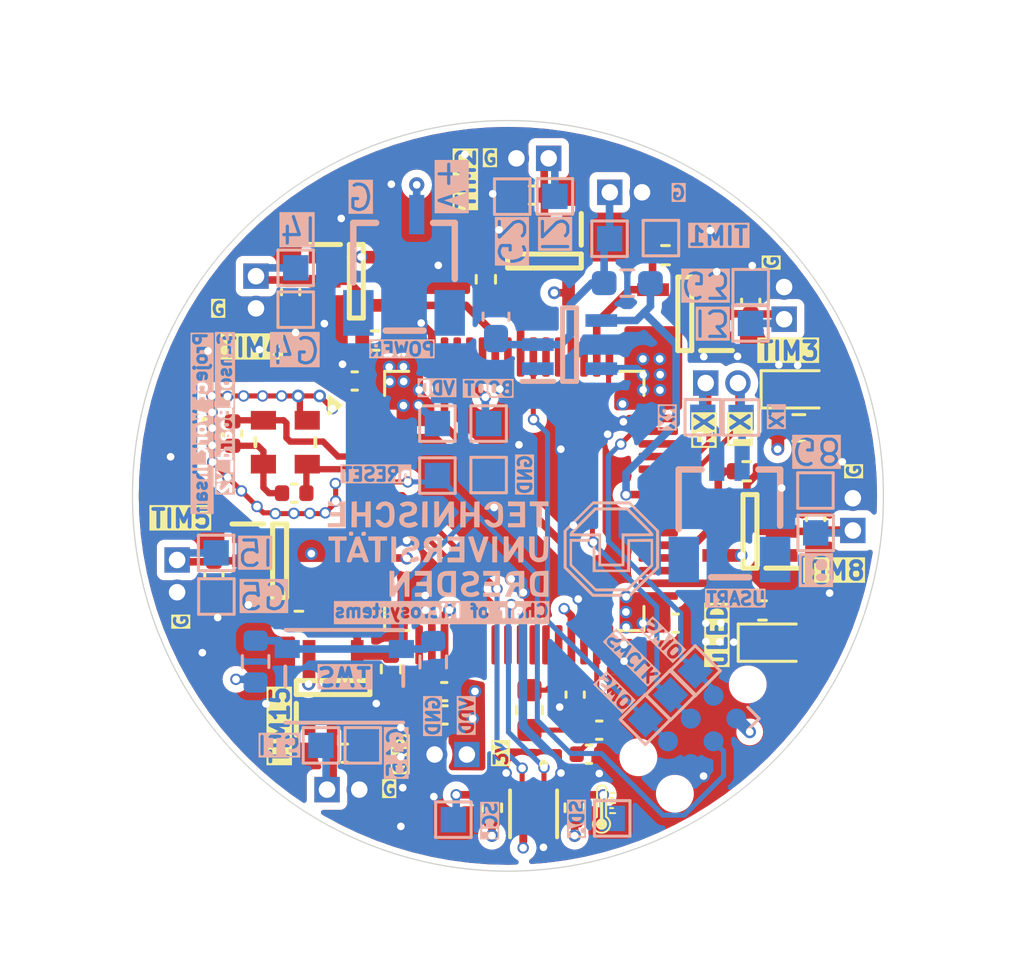
<source format=kicad_pcb>
(kicad_pcb (version 20240108) (generator "pcbnew") (generator_version "8.0")
  (layers (0 "F.Cu" signal) (1 "In1.Cu" power) (2 "In2.Cu" power) (31 "B.Cu" signal) (34 "B.Paste" user) (35 "F.Paste" user) (36 "B.SilkS" user "B.Silkscreen") (37 "F.SilkS" user "F.Silkscreen") (38 "B.Mask" user) (39 "F.Mask" user) (44 "Edge.Cuts" user))
  (net 0 "")
  (net 1 "GND")
  (net 2 "/VDD")
  (net 3 "/RCC_OSC_IN")
  (net 4 "/RCC_OSC_OUT")
  (net 5 "/nRESET")
  (net 6 "Net-(IC1-A)")
  (net 7 "Net-(D2-A)")
  (net 8 "/USART1_RX")
  (net 9 "/USART1_TX")
  (net 10 "/VLXSMPS")
  (net 11 "/TIM3_CH1")
  (net 12 "/TIM4_CH1")
  (net 13 "/TIM15_CH1")
  (net 14 "/TIM2_CH1")
  (net 15 "/TIM8_CH1")
  (net 16 "/TIM5_CH1")
  (net 17 "/BOOT0")
  (net 18 "/USER_LED")
  (net 19 "/SDA")
  (net 20 "/SCL")
  (net 21 "/SWDIO")
  (net 22 "Net-(IC2-A)")
  (net 23 "Net-(IC3-A)")
  (net 24 "Net-(IC4-A)")
  (net 25 "Net-(IC5-A)")
  (net 26 "/SWO")
  (net 27 "Net-(IC6-A)")
  (net 28 "Net-(C14-Pad1)")
  (net 30 "Net-(D1-A)")
  (net 33 "/SWCLK")
  (net 36 "/RCC_OSC32_OUT")
  (net 39 "/RCC_OSC32_IN")
  (net 49 "Net-(IC7-A)")
  (net 69 "/TIM1_CH1")
  (footprint "Capacitor_SMD:C_0402_1005Metric" (layer "F.Cu") (at 138.92 94.58 180)
    (property "Reference" "C8" (hide yes))
    (property "Value" "10uF")
  )
  (footprint "Capacitor_SMD:C_0402_1005Metric" (layer "F.Cu") (at 130.566399 83.485 -90)
    (property "Reference" "C7" (hide yes))
    (property "Value" "10pF")
  )
  (footprint "Capacitor_SMD:C_0402_1005Metric" (layer "F.Cu") (at 134.99 96.09)
    (property "Reference" "C4" (hide yes))
    (property "Value" "50pF")
  )
  (footprint "Resistor_SMD:R_0603_1608Metric" (layer "F.Cu") (at 152.885 83.26 180)
    (property "Reference" "R7" (hide yes))
    (property "Value" "220R")
  )
  (footprint "Project_Work:74LVC1G14GV" (layer "F.Cu") (at 135.445 77.4775)
    (property "Reference" "IC1" (hide yes))
    (property "Value" "74LVC1G14GV" (hide yes))
  )
  (footprint "Capacitor_SMD:C_0402_1005Metric" (layer "F.Cu") (at 129.83 89.02 -90)
    (property "Reference" "C3" (hide yes))
    (property "Value" "50pF")
  )
  (footprint "Project_Work:STS40" (layer "F.Cu") (at 142.43 98.48 -90)
    (property "Reference" "U2" (hide yes))
    (property "Value" "STS40")
  )
  (footprint "Project_Work:ECS-25MHz_XTAL" (layer "F.Cu") (at 132.646399 83.825)
    (property "Reference" "X1" (hide yes))
    (property "Value" "Crystal_GND24")
  )
  (footprint "Package_QFP:LQFP-64_10x10mm_P0.5mm" (layer "F.Cu") (at 141.67 86.14)
    (property "Reference" "U1" (hide yes))
    (property "Value" "STM32U545RETxQ")
  )
  (footprint "Project_Work:74LVC1G14GV" (layer "F.Cu") (at 142.859998 76.680002 -90)
    (property "Reference" "IC5" (hide yes))
    (property "Value" "74LVC1G14GV" (hide yes))
  )
  (footprint "Capacitor_SMD:C_0402_1005Metric" (layer "F.Cu") (at 138.91 93.66 180)
    (property "Reference" "C9" (hide yes))
    (property "Value" "100nF")
  )
  (footprint "Connector_PinHeader_1.27mm:PinHeader_1x02_P1.27mm_Vertical" (layer "F.Cu") (at 134.29 97.525 90)
    (property "Reference" "J4" (hide yes))
    (property "Value" "Conn_01x02_Pin" (hide yes))
  )
  (footprint "Resistor_SMD:R_0402_1005Metric" (layer "F.Cu") (at 150.83 84.97 180)
    (property "Reference" "R2" (hide yes))
    (property "Value" "200K")
  )
  (footprint "Project_Work:74LVC1G14GV" (layer "F.Cu") (at 148.39 78.76 180)
    (property "Reference" "IC6" (hide yes))
    (property "Value" "74LVC1G14GV" (hide yes))
  )
  (footprint "Capacitor_SMD:C_0402_1005Metric" (layer "F.Cu") (at 144.61 96.13)
    (property "Reference" "C15" (hide yes))
    (property "Value" "2.2uF")
  )
  (footprint "Capacitor_SMD:C_0402_1005Metric" (layer "F.Cu") (at 135.38 81.41 180)
    (property "Reference" "C11" (hide yes))
    (property "Value" "100nF")
  )
  (footprint "Capacitor_SMD:C_0402_1005Metric" (layer "F.Cu") (at 150.99 78.29 90)
    (property "Reference" "C6" (hide yes))
    (property "Value" "50pF")
  )
  (footprint "Capacitor_SMD:C_0402_1005Metric" (layer "F.Cu") (at 153.55 86.809998 90)
    (property "Reference" "C2" (hide yes))
    (property "Value" "50pF")
  )
  (footprint "Inductor_SMD:L_0603_1608Metric" (layer "F.Cu") (at 142.27 94.39 90)
    (property "Reference" "L1" (hide yes))
    (property "Value" "2.2uH")
  )
  (footprint "Resistor_SMD:R_0402_1005Metric" (layer "F.Cu") (at 140.55 77.4 -90)
    (property "Reference" "R5" (hide yes))
    (property "Value" "200K")
  )
  (footprint "Project_Work:74LVC1G14GV" (layer "F.Cu") (at 132.42 88.5)
    (property "Reference" "IC3" (hide yes))
    (property "Value" "74LVC1G14GV" (hide yes))
  )
  (footprint "LED_SMD:LED_0603_1608Metric" (layer "F.Cu") (at 151.982499 91.73)
    (property "Reference" "D2" (hide yes))
    (property "Value" "RED")
  )
  (footprint "Project_Work:74LVC1G14GV" (layer "F.Cu") (at 150.96 87.34 180)
    (property "Reference" "IC2" (hide yes))
    (property "Value" "74LVC1G14GV" (hide yes))
  )
  (footprint "Resistor_SMD:R_0402_1005Metric" (layer "F.Cu") (at 136.81 92.77 90)
    (property "Reference" "R4" (hide yes))
    (property "Value" "200K")
  )
  (footprint "Connector_PinHeader_1.27mm:PinHeader_1x02_P1.27mm_Vertical" (layer "F.Cu") (at 131.49 77.2775)
    (property "Reference" "J1" (hide yes))
    (property "Value" "Conn_01x02_Pin" (hide yes))
  )
  (footprint "Connector_PinHeader_1.27mm:PinHeader_1x02_P1.27mm_Vertical" (layer "F.Cu") (at 152.304998 78.975001 180)
    (property "Reference" "J6" (hide yes))
    (property "Value" "Conn_01x02_Pin" (hide yes))
  )
  (footprint "Capacitor_SMD:C_0402_1005Metric" (layer "F.Cu") (at 145.02 95.18)
    (property "Reference" "C14" (hide yes))
    (property "Value" "2.2uF")
  )
  (footprint "Resistor_SMD:R_0402_1005Metric" (layer "F.Cu") (at 136.185 79.8175)
    (property "Reference" "R1" (hide yes))
    (property "Value" "200K")
  )
  (footprint "Capacitor_SMD:C_0402_1005Metric" (layer "F.Cu") (at 144.07 93.78 -90)
    (property "Reference" "C16" (hide yes))
    (property "Value" "10uF")
  )
  (footprint "Capacitor_SMD:C_0402_1005Metric" (layer "F.Cu") (at 132.996399 85.835 180)
    (property "Reference" "C13" (hide yes))
    (property "Value" "10pF")
  )
  (footprint "Project_Work:74LVC1G14GV" (layer "F.Cu") (at 134.53 93.5 90)
    (property "Reference" "IC4" (hide yes))
    (property "Value" "74LVC1G14GV" (hide yes))
  )
  (footprint "Connector_PinHeader_1.27mm:PinHeader_1x02_P1.27mm_Vertical" (layer "F.Cu") (at 155.014999 87.304999 180)
    (property "Reference" "J2" (hide yes))
    (property "Value" "Conn_01x02_Pin")
  )
  (footprint "Resistor_SMD:R_0402_1005Metric" (layer "F.Cu") (at 133.18 90.87)
    (property "Reference" "R3" (hide yes))
    (property "Value" "200K")
  )
  (footprint "Resistor_SMD:R_0402_1005Metric" (layer "F.Cu") (at 140.789951 98.239301 -90)
    (property "Reference" "R10" (hide yes))
    (property "Value" "220R")
  )
  (footprint "LOGO" (layer "F.Cu") (at 145.21 98.29)
    (property "Reference" "G***" (hide yes))
    (property "Value" "LOGO" (hide yes))
  )
  (footprint "Capacitor_SMD:C_0402_1005Metric" (layer "F.Cu") (at 148.03 90.96)
    (property "Reference" "C10" (hide yes))
    (property "Value" "100nF")
  )
  (footprint "Resistor_SMD:R_0402_1005Metric" (layer "F.Cu") (at 144.049951 98.239301 -90)
    (property "Reference" "R9" (hide yes))
    (property "Value" "220R")
  )
  (footprint "Connector_PinHeader_1.27mm:PinHeader_1x02_P1.27mm_Vertical" (layer "F.Cu") (at 139.800001 96.140001 -90)
    (property "Reference" "J9" (hide yes))
    (property "Value" "Conn_01x02_Pin" (hide yes))
  )
  (footprint "Resistor_SMD:R_0402_1005Metric" (layer "F.Cu") (at 147.63 76.45 180)
    (property "Reference" "R6" (hide yes))
    (property "Value" "200K")
  )
  (footprint "Connector_PinHeader_1.27mm:PinHeader_1x02_P1.27mm_Vertical" (layer "F.Cu") (at 143.024997 72.63 -90)
    (property "Reference" "J5" (hide yes))
    (property "Value" "Conn_01x02_Pin")
  )
  (footprint "Capacitor_SMD:C_0402_1005Metric" (layer "F.Cu") (at 132.855 77.9075 -90)
    (property "Reference" "C1" (hide yes))
    (property "Value" "50pF")
  )
  (footprint "Resistor_SMD:R_0402_1005Metric" (layer "F.Cu") (at 151.452499 90.46 180)
    (property "Reference" "R8" (hide yes))
    (property "Value" "220R")
  )
  (footprint "Capacitor_SMD:C_0402_1005Metric" (layer "F.Cu") (at 142.37 74.08 180)
    (property "Reference" "C5" (hide yes))
    (property "Value" "50pF")
  )
  (footprint "Connector_PinHeader_1.27mm:PinHeader_1x02_P1.27mm_Vertical" (layer "F.Cu") (at 149.215001 81.49 90)
    (property "Reference" "J8" (hide yes))
    (property "Value" "Conn_01x02_Pin" (hide yes))
  )
  (footprint "LED_SMD:LED_0603_1608Metric" (layer "F.Cu") (at 152.885 81.74)
    (property "Reference" "D1" (hide yes))
    (property "Value" "GREEN")
  )
  (footprint "Connector_PinHeader_1.27mm:PinHeader_1x02_P1.27mm_Vertical" (layer "F.Cu") (at 128.38 88.47)
    (property "Reference" "J3" (hide yes))
    (property "Value" "Conn_01x02_Pin" (hide yes))
  )
  (footprint "TestPoint:TestPoint_Pad_1.0x1.0mm" (layer "B.Cu") (at 133.055 76.9475 180)
    (property "Reference" "I1" (hide yes))
    (property "Value" "DUT1")
  )
  (footprint "TestPoint:TestPoint_Pad_1.0x1.0mm" (layer "B.Cu") (at 147.83 93.79 -135)
    (property "Reference" "SWCLK1" (hide yes))
    (property "Value" "DUT1")
  )
  (footprint "TestPoint:TestPoint_Pad_1.0x1.0mm" (layer "B.Cu") (at 129.92 88.19 180)
    (property "Reference" "I3" (hide yes))
    (property "Value" "DUT1")
  )
  (footprint "Connector_PinHeader_1.27mm:PinHeader_1x02_P1.27mm_Vertical" (layer "B.Cu") (at 145.434999 73.969999 -90)
    (property "Reference" "J12" (hide yes))
    (property "Value" "Conn_01x02_Pin" (hide yes))
  )
  (footprint "TestPoint:TestPoint_Pad_1.0x1.0mm" (layer "B.Cu") (at 145.425 75.8 -90)
    (property "Reference" "I7" (hide yes))
    (property "Value" "DUT1")
  )
  (footprint "TestPoint:TestPoint_Pad_1.0x1.0mm" (layer "B.Cu") (at 153.54 85.73 90)
    (property "Reference" "G2" (hide yes))
    (property "Value" "DUT1")
  )
  (footprint "TestPoint:TestPoint_Pad_1.0x1.0mm" (layer "B.Cu") (at 145.53 98.66 180)
    (property "Reference" "SDA")
    (property "Value" "DUT1")
  )
  (footprint "TestPoint:TestPoint_Pad_1.0x1.0mm" (layer "B.Cu") (at 146.84 94.76 -135)
    (property "Reference" "SWO1" (hide yes))
    (property "Value" "DUT1")
  )
  (footprint "TestPoint:TestPoint_Pad_1.0x1.0mm" (layer "B.Cu") (at 138.64 83.09 180)
    (property "Reference" "VDD")
    (property "Value" "DUT1")
  )
  (footprint "TestPoint:TestPoint_Pad_1.0x1.0mm" (layer "B.Cu") (at 149.1 82.84 180)
    (property "Reference" "RX")
    (property "Value" "DUT1")
  )
  (footprint "TestPoint:TestPoint_Pad_1.0x1.0mm" (layer "B.Cu") (at 153.55 87.4 90)
    (property "Reference" "I2" (hide yes))
    (property "Value" "DUT1")
  )
  (footprint "TestPoint:TestPoint_Pad_1.0x1.0mm" (layer "B.Cu") (at 150.61 82.85 180)
    (property "Reference" "TX")
    (property "Value" "DUT1")
  )
  (footprint "TestPoint:TestPoint_Pad_1.0x1.0mm" (layer "B.Cu") (at 140.66 85.12 180)
    (property "Reference" "GND")
    (property "Value" "DUT1")
  )
  (footprint "TestPoint:TestPoint_Pad_1.0x1.0mm" (layer "B.Cu") (at 141.59 74.14 180)
    (property "Reference" "G5" (hide yes))
    (property "Value" "DUT1")
  )
  (footprint "LOGO" (layer "B.Cu") (at 140.85 88.04 180)
    (property "Reference" "g" (hide yes))
    (property "Value" "LOGO" (hide yes))
  )
  (footprint "Connector:Tag-Connect_TC2030-IDC-NL_2x03_P1.27mm_Vertical" (layer "B.Cu") (at 149.077038 95.170987 -135)
    (property "Reference" "J7" (hide yes))
    (property "Value" "SWD_TagConnect")
  )
  (footprint "Project_Work:SM02B-SRSS-TB" (layer "B.Cu") (at 150.15 86.55 180)
    (property "Reference" "J10" (hide yes))
    (property "Value" "SM02B-SRSS-TB")
  )
  (footprint "TestPoint:TestPoint_Pad_1.0x1.0mm" (layer "B.Cu") (at 140.66 83.09 180)
    (property "Reference" "BOOT")
    (property "Value" "DUT1")
  )
  (footprint "TestPoint:TestPoint_Pad_1.0x1.0mm" (layer "B.Cu") (at 150.99 77.71 180)
    (property "Reference" "G6" (hide yes))
    (property "Value" "DUT1")
  )
  (footprint "TestPoint:TestPoint_Pad_1.0x1.0mm" (layer "B.Cu") (at 148.8 92.84 -135)
    (property "Reference" "SWDIO1" (hide yes))
    (property "Value" "DUT1")
  )
  (footprint "TestPoint:TestPoint_Pad_1.0x1.0mm" (layer "B.Cu") (at 138.64 85.14 180)
    (property "Reference" "nRESET")
    (property "Value" "DUT1")
  )
  (footprint "Resistor_SMD:R_0603_1608Metric" (layer "B.Cu") (at 138.475 92.49 -90)
    (property "Reference" "C12" (hide yes))
    (property "Value" "100nF")
  )
  (footprint "TestPoint:TestPoint_Pad_1.0x1.0mm" (layer "B.Cu") (at 143.27 74.13 180)
    (property "Reference" "I5" (hide yes))
    (property "Value" "DUT1")
  )
  (footprint "Capacitor_SMD:C_0603_1608Metric_Pad1.08x0.95mm_HandSolder" (layer "B.Cu") (at 140.95 78.875 90)
    (property "Reference" "C17" (hide yes))
    (property "Value" "50pF")
  )
  (footprint "Resistor_SMD:R_0603_1608Metric" (layer "B.Cu") (at 131.475 92.475 90)
    (property "Reference" "R11" (hide yes))
    (property "Value" "4.7K")
  )
  (footprint "Project_Work:74LVC1G14GV" (layer "B.Cu") (at 143.85 79.975)
    (property "Reference" "IC7" (hide yes))
    (property "Value" "74LVC1G14GV" (hide yes))
  )
  (footprint "Project_Work:SM02B-SRSS-TB" (layer "B.Cu") (at 137.325 76.825 180)
    (property "Reference" "J11" (hide yes))
    (property "Value" "SM02B-SRSS-TB")
  )
  (footprint "TestPoint:TestPoint_Pad_1.0x1.0mm" (layer "B.Cu") (at 129.93 89.91 180)
    (property "Reference" "G3" (hide yes))
    (property "Value" "DUT1")
  )
  (footprint "TestPoint:TestPoint_Pad_1.0x1.0mm" (layer "B.Cu") (at 133.055 78.5975 180)
    (property "Reference" "G1" (hide yes))
    (property "Value" "DUT1")
  )
  (footprint "TestPoint:TestPoint_Pad_1.0x1.0mm" (layer "B.Cu") (at 134.05 95.78 -90)
    (property "Reference" "I4" (hide yes))
    (property "Value" "DUT1")
  )
  (footprint "TestPoint:TestPoint_Pad_1.0x1.0mm" (layer "B.Cu") (at 135.7 95.78 -90)
    (property "Reference" "G4" (hide yes))
    (property "Value" "DUT1")
  )
  (footprint "TestPoint:TestPoint_Pad_1.0x1.0mm" (layer "B.Cu") (at 150.98 79.14 180)
    (property "Reference" "I6" (hide yes))
    (property "Value" "DUT1")
  )
  (footprint "Project_Work:SW4_PTS815 SJM 250 SMTR LFS_CNK" (layer "B.Cu") (at 134.969998 93.054999)
    (property "Reference" "SW1")
    (property "Value" "SW_MEC_5E")
  )
  (footprint "Resistor_SMD:R_0603_1608Metric_Pad0.98x0.95mm_HandSolder" (layer "B.Cu") (at 146.125 77.55)
    (property "Reference" "R12" (hide yes))
    (property "Value" "200K")
  )
  (footprint "TestPoint:TestPoint_Pad_1.0x1.0mm" (layer "B.Cu") (at 139.27 98.71 180)
    (property "Reference" "SCL")
    (property "Value" "DUT1")
  )
  (footprint "TestPoint:TestPoint_Pad_1.0x1.0mm" (layer "B.Cu") (at 147.45 75.775 -90)
    (property "Reference" "G7" (hide yes))
    (property "Value" "DUT1")
  )
  (gr_circle (center 141.42 85.94) (end 156.22 85.94) (stroke (width 0.05)) (fill none) (layer "Edge.Cuts"))
  (gr_text "G4" (at 134.1 80.825 0) (layer "B.SilkS" knockout) (effects (font (size 1 1) (thickness 0.125) (bold yes)) (justify left bottom mirror)))
  (gr_text "GND" (at 138.475 94.625 90) (layer "B.SilkS" knockout) (effects (font (size 0.5 0.5) (thickness 0.125)) (justify mirror)))
  (gr_text "I3\n" (at 148.67 78.52 180) (layer "B.SilkS" knockout) (effects (font (size 1 1) (thickness 0.125) (bold yes)) (justify left bottom mirror)))
  (gr_text "G15\n" (at 137.46 94.98 90) (layer "B.SilkS" knockout) (effects (font (size 0.7 0.7) (thickness 0.125) (bold yes)) (justify left bottom mirror)))
  (gr_text "G3\n" (at 148.15 77.02 180) (layer "B.SilkS" knockout) (effects (font (size 1 1) (thickness 0.125) (bold yes)) (justify left bottom mirror)))
  (gr_text "I15" (at 131.48 95.33 180) (layer "B.SilkS" knockout) (effects (font (size 0.7 0.7) (thickness 0.125) (bold yes)) (justify left bottom mirror)))
  (gr_text "Sensor_Board_V2" (at 129.975 79.425 90) (layer "B.SilkS" knockout) (effects (font (size 0.5 0.5) (thickness 0.125)) (justify left top mirror)))
  (gr_text "G5" (at 132.86 90.52 0) (layer "B.SilkS" knockout) (effects (font (size 1 1) (thickness 0.125) (bold yes)) (justify left bottom mirror)))
  (gr_text "G" (at 148.15 74 0) (layer "B.SilkS" knockout) (effects (font (size 0.5 0.5) (thickness 0.125) (bold yes)) (justify mirror)))
  (gr_text "Chair of Microsystems" (at 143.1 90.78 0) (layer "B.SilkS" knockout) (effects (font (size 0.5 0.5) (thickness 0.125)) (justify left bottom mirror)))
  (gr_text "I2\n" (at 142.65 76.43 -90) (layer "B.SilkS" knockout) (effects (font (size 1 1) (thickness 0.125) (bold yes)) (justify left bottom mirror)))
  (gr_text "SWCLK" (at 145.61 91.17 135) (layer "B.SilkS" knockout) (effects (font (size 0.5 0.5) (thickness 0.125) (bold yes)) (justify left bottom mirror)))
  (gr_text "VDD" (at 139.8 94.625 90) (layer "B.SilkS" knockout) (effects (font (size 0.5 0.5) (thickness 0.125)) (justify mirror)))
  (gr_text "G" (at 136.2 74.775 0) (layer "B.SilkS" knockout) (effects (font (size 1 1) (thickness 0.125) (bold yes)) (justify left bottom mirror)))
  (gr_text "G2" (at 140.95 76.96 -90) (layer "B.SilkS" knockout) (effects (font (size 1 1) (thickness 0.125) (bold yes)) (justify left bottom mirror)))
  (gr_text "USART" (at 151.65 90.29 0) (layer "B.SilkS" knockout) (effects (font (size 0.5 0.5) (thickness 0.125) (bold yes)) (justify left bottom mirror)))
  (gr_text "Project Work_Ihsan\n" (at 129.6 79.425 90) (layer "B.SilkS" knockout) (effects (font (size 0.5 0.5) (thickness 0.125) (bold yes)) (justify left bottom mirror)))
  (gr_text "TIM1" (at 149.7 75.7 0) (layer "B.SilkS" knockout) (effects (font (size 0.7 0.7) (thickness 0.14) (bold yes)) (justify mirror)))
  (gr_text "I4" (at 133.95 76.1 0) (layer "B.SilkS" knockout) (effects (font (size 1 1) (thickness 0.125) (bold yes)) (justify left bottom mirror)))
  (gr_text "G8\n" (at 152.525 83.575 180) (layer "B.SilkS" knockout) (effects (font (size 1 1) (thickness 0.125) (bold yes)) (justify left bottom mirror)))
  (gr_text "I8" (at 152.74 88.24 180) (layer "B.SilkS" knockout) (effects (font (size 1 1) (thickness 0.125) (bold yes)) (justify left bottom mirror)))
  (gr_text "V+" (at 138.575 74.8 -90) (layer "B.SilkS" knockout) (effects (font (size 1 1) (thickness 0.125) (bold yes)) (justify left bottom mirror)))
  (gr_text "I5" (at 132.28 88.81 0) (layer "B.SilkS" knockout) (effects (font (size 1 1) (thickness 0.125) (bold yes)) (justify left bottom mirror)))
  (gr_text "SWIO" (at 147.05 90.69 135) (layer "B.SilkS" knockout) (effects (font (size 0.5 0.5) (thickness 0.125) (bold yes)) (justify left bottom mirror)))
  (gr_text "POWER" (at 138.61 80.46 0) (layer "B.SilkS" knockout) (effects (font (size 0.5 0.5) (thickness 0.125) (bold yes)) (justify left bottom mirror)))
  (gr_text "SWO" (at 145.23 92.85 135) (layer "B.SilkS" knockout) (effects (font (size 0.5 0.5) (thickness 0.125) (bold yes)) (justify left bottom mirror)))
  (gr_text "TIM3" (at 152.5 80.23 0) (layer "F.SilkS" knockout) (effects (font (size 0.7 0.7))))
  (gr_text "TIM5" (at 128.54 86.84 0) (layer "F.SilkS" knockout) (effects (font (size 0.7 0.7))))
  (gr_text "G" (at 130 78.57 0) (layer "F.SilkS" knockout) (effects (font (size 0.5 0.5) (thickness 0.125) (bold yes))))
  (gr_text "TIM2" (at 139.775 73.425 90) (layer "F.SilkS" knockout) (effects (font (size 0.7 0.7))))
  (gr_text "RX" (at 149.18 83.38 90) (layer "F.SilkS" knockout) (effects (font (size 0.7 0.7))))
  (gr_text "G" (at 140.71 72.63 0) (layer "F.SilkS" knockout) (effects (font (size 0.5 0.5) (thickness 0.125) (bold yes))))
  (gr_text "G" (at 151.82 76.74 90) (layer "F.SilkS" knockout) (effects (font (size 0.5 0.5) (thickness 0.125) (bold yes))))
  (gr_text "TIM15" (at 132.44 94.98 90) (layer "F.SilkS" knockout) (effects (font (size 0.7 0.7))))
  (gr_text "G" (at 128.55 90.9 90) (layer "F.SilkS" knockout) (effects (font (size 0.5 0.5) (thickness 0.125) (bold yes))))
  (gr_text "G" (at 136.74 97.51 0) (layer "F.SilkS" knockout) (effects (font (size 0.5 0.5) (thickness 0.125) (bold yes))))
  (gr_text "G" (at 155.07 84.97 90) (layer "F.SilkS" knockout) (effects (font (size 0.5 0.5) (thickness 0.125) (bold yes))))
  (gr_text "TIM8" (at 154.31 88.9 0) (layer "F.SilkS" knockout) (effects (font (size 0.7 0.7))))
  (gr_text "TIM4" (at 131.34 80.1 0) (layer "F.SilkS" knockout) (effects (font (size 0.7 0.7))))
  (gr_text "TX" (at 150.6 83.29 90) (layer "F.SilkS" knockout) (effects (font (size 0.7 0.7))))
  (gr_text "3V" (at 141.15 96.1 90) (layer "F.SilkS" knockout) (effects (font (size 0.5 0.5) (thickness 0.125) (bold yes))))
  (gr_text "uLED" (at 149.69 91.44 90) (layer "F.SilkS" knockout) (effects (font (size 0.7 0.7))))
  (gr_text "GND" (at 137.15 96.13 -90) (layer "F.SilkS" knockout) (effects (font (size 0.5 0.5) (thickness 0.125) (bold yes))))
  (segment (start 144.19 90.01) (end 144.42 90.24) (width 0.3) (layer "F.Cu") (net 1))
  (segment (start 140.82 74.03) (end 140.87 74.08) (width 0.3) (layer "F.Cu") (net 1))
  (segment (start 131.17 89.45) (end 129.88 89.45) (width 0.3) (layer "F.Cu") (net 1))
  (segment (start 131.565 83.965) (end 131.782799 84.182799) (width 0.25) (layer "F.Cu") (net 1))
  (segment (start 130.915 85.745) (end 131.53 86.36) (width 0.2) (layer "F.Cu") (net 1))
  (segment (start 129.75 84.58) (end 129.78 84.61) (width 0.2) (layer "F.Cu") (net 1))
  (segment (start 145.985 91.815) (end 145.99 91.81) (width 0.3) (layer "F.Cu") (net 1))
  (segment (start 138.42 91.815) (end 138.42 93.65) (width 0.3) (layer "F.Cu") (net 1))
  (segment (start 129.785 83.965) (end 129.77 83.95) (width 0.25) (layer "F.Cu") (net 1))
  (segment (start 151.05 76.86) (end 151.05 77.75) (width 0.3) (layer "F.Cu") (net 1))
  (segment (start 132.22 86.61) (end 132.25 86.64) (width 0.2) (layer "F.Cu") (net 1))
  (segment (start 134 82) (end 133.15 82) (width 0.2) (layer "F.Cu") (net 1))
  (segment (start 135.480002 94.750002) (end 135.480002 97.355001) (width 0.3) (layer "F.Cu") (net 1))
  (segment (start 131.782799 84.182799) (end 131.782799 84.69) (width 0.25) (layer "F.Cu") (net 1))
  (segment (start 131.78 86.61) (end 132.22 86.61) (width 0.2) (layer "F.Cu") (net 1))
  (segment (start 132.855 78.3875) (end 131.65 78.3875) (width 0.3) (layer "F.Cu") (net 1))
  (segment (start 129.83 89.5) (end 128.62 89.5) (width 0.3) (layer "F.Cu") (net 1))
  (segment (start 134.195 78.4275) (end 132.895 78.4275) (width 0.3) (layer "F.Cu") (net 1))
  (segment (start 152.210001 85.630001) (end 152.21 85.63) (width 0.3) (layer "F.Cu") (net 1))
  (segment (start 130.566399 83.965) (end 131.565 83.965) (width 0.25) (layer "F.Cu") (net 1))
  (segment (start 141.89 74.08) (end 141.89 75.410005) (width 0.3) (layer "F.Cu") (net 1))
  (segment (start 133.22 82.670001) (end 133.22 82.07) (width 0.25) (layer "F.Cu") (net 1))
  (segment (start 134.63 86.15) (end 134.63 85.46) (width 0.2) (layer "F.Cu") (net 1))
  (segment (start 132.5 82) (end 129.75 82) (width 0.2) (layer "F.Cu") (net 1))
  (segment (start 133.22 82.07) (end 133.15 82) (width 0.25) (layer "F.Cu") (net 1))
  (segment (start 132.516399 85.835) (end 132.005 85.835) (width 0.25) (layer "F.Cu") (net 1))
  (segment (start 141.89 72.765004) (end 141.89 74.08) (width 0.3) (layer "F.Cu") (net 1))
  (segment (start 145.5 95.72) (end 145.5 95.18) (width 0.2) (layer "F.Cu") (net 1))
  (segment (start 140.87 74.08) (end 141.89 74.08) (width 0.3) (layer "F.Cu") (net 1))
  (segment (start 134.22 86.61) (end 134.63 86.2) (width 0.2) (layer "F.Cu") (net 1))
  (segment (start 152.1 80.77) (end 152.1 81.737499) (width 0.5) (layer "F.Cu") (net 1))
  (segment (start 149.65 77.1) (end 149.65 77.8) (width 0.3) (layer "F.Cu") (net 1))
  (segment (start 152.210001 86.389999) (end 152.210001 85.630001) (width 0.3) (layer "F.Cu") (net 1))
  (segment (start 132.25 86.64) (end 134.19 86.64) (width 0.2) (layer "F.Cu") (net 1))
  (segment (start 145.02 96.89) (end 145.02 96.27) (width 0.3) (layer "F.Cu") (net 1))
  (segment (start 149.640001 77.809999) (end 150.989999 77.809999) (width 0.3) (layer "F.Cu") (net 1))
  (segment (start 133.15 82) (end 132.5 82) (width 0.2) (layer "F.Cu") (net 1))
  (segment (start 145.42 91.815) (end 145.985 91.815) (width 0.3) (layer "F.Cu") (net 1))
  (segment (start 138 79.125) (end 138.42 79.545) (width 0.3) (layer "F.Cu") (net 1))
  (segment (start 151.194998 91.73) (end 150.34 91.73) (width 0.3) (layer "F.Cu") (net 1))
  (segment (start 146.086024 83.02) (end 146.216024 82.89) (width 0.3) (layer "F.Cu") (net 1))
  (segment (start 137.08 87.7) (end 137.43 87.7) (width 0.3) (layer "F.Cu") (net 1))
  (segment (start 131.53 86.36) (end 131.78 86.61) (width 0.2) (layer "F.Cu") (net 1))
  (segment (start 130.566399 83.965) (end 129.785 83.965) (width 0.25) (layer "F.Cu") (net 1))
  (segment (start 133.509999 82.96) (end 133.22 82.670001) (width 0.25) (layer "F.Cu") (net 1))
  (segment (start 153.55 86.329998) (end 154.719999 86.329998) (width 0.3) (layer "F.Cu") (net 1))
  (segment (start 134.19 86.64) (end 134.22 86.61) (width 0.2) (layer "F.Cu") (net 1))
  (segment (start 129.75 82) (end 129.75 84.58) (width 0.2) (layer "F.Cu") (net 1))
  (segment (start 134.63 86.2) (end 134.63 86.15) (width 0.2) (layer "F.Cu") (net 1))
  (segment (start 152.210001 86.389999) (end 153.489999 86.389999) (width 0.3) (layer "F.Cu") (net 1))
  (segment (start 150.99 77.81) (end 152.199998 77.81) (width 0.3) (layer "F.Cu") (net 1))
  (segment (start 136.89 87.89) (end 137.08 87.7) (width 0.3) (layer "F.Cu") (net 1))
  (segment (start 138.42 91.815) (end 138.42 90.7) (width 0.3) (layer "F.Cu") (net 1))
  (segment (start 141.089999 75.430001) (end 141.909996 75.430001) (width 0.3) (layer "F.Cu") (net 1))
  (segment (start 135.995 87.89) (end 136.89 87.89) (width 0.3) (layer "F.Cu") (net 1))
  (segment (start 144.07 94.27) (end 143.46 94.27) (width 0.3) (layer "F.Cu") (net 1))
  (segment (start 149.640001 77.109999) (end 149.65 77.1) (width 0.3) (layer "F.Cu") (net 1))
  (segment (start 154.719999 86.329998) (end 155.014999 86.034998) (width 0.3) (layer "F.Cu") (net 1))
  (segment (start 131.782799 85.612799) (end 131.782799 84.69) (width 0.25) (layer "F.Cu") (net 1))
  (segment (start 150.34 91.73) (end 150.32 91.71) (width 0.3) (layer "F.Cu") (net 1))
  (segment (start 146.216024 82.89) (end 147.345 82.89) (width 0.3) (layer "F.Cu") (net 1))
  (segment (start 138.43 93.66) (end 138.43 94.71) (width 0.3) (layer "F.Cu") (net 1))
  (segment (start 144.42 90.24) (end 144.42 91.815) (width 0.3) (layer "F.Cu") (net 1))
  (segment (start 138.42 79.545) (end 138.42 80.465) (width 0.3) (layer "F.Cu") (net 1))
  (segment (start 145.97 83.02) (end 146.086024 83.02) (width 0.3) (layer "F.Cu") (net 1))
  (segment (start 142.819951 99.239403) (end 142.830051 99.229303) (width 0.3) (layer "F.Cu") (net 1))
  (segment (start 131.17 90.22) (end 131.19 90.24) (width 0.3) (layer "F.Cu") (net 1))
  (segment (start 142.819951 99.8) (end 142.819951 99.239403) (width 0.3) (layer "F.Cu") (net 1))
  (segment (start 131.17 89.45) (end 131.17 90.22) (width 0.3) (layer "F.Cu") (net 1))
  (segment (start 129.78 84.61) (end 130.375 85.205) (width 0.2) (layer "F.Cu") (net 1))
  (segment (start 141.07 75.45) (end 141.089999 75.430001) (width 0.3) (layer "F.Cu") (net 1))
  (segment (start 134.195 78.4275) (end 134.195 79.1375) (width 0.3) (layer "F.Cu") (net 1))
  (segment (start 138.42 90.7) (end 138.17 90.45) (width 0.3) (layer "F.Cu") (net 1))
  (segment (start 134.5 82.5) (end 134 82) (width 0.2) (layer "F.Cu") (net 1))
  (segment (start 130.375 85.205) (end 130.915 85.745) (width 0.2) (layer "F.Cu") (net 1))
  (segment (start 145.09 96.13) (end 145.5 95.72) (width 0.2) (layer "F.Cu") (net 1))
  (segment (start 134.9 81.41) (end 134.9 80.75) (width 0.5) (layer "F.Cu") (net 1))
  (segment (start 132.005 85.835) (end 131.782799 85.612799) (width 0.25) (layer "F.Cu") (net 1))
  (segment (start 134.63 85.46) (end 134.62 85.45) (width 0.2) (layer "F.Cu") (net 1))
  (via (at 136.23 94.13) (size 0.45) (drill 0.3) (layers "F.Cu" "B.Cu") (net 1))
  (via (at 138.5 97.8) (size 0.45) (drill 0.3) (layers "F.Cu" "B.Cu") (net 1))
  (via (at 138 79.125) (size 0.5) (drill 0.3) (layers "F.Cu" "B.Cu") (net 1))
  (via (at 150.32 91.71) (size 0.5) (drill 0.3) (layers "F.Cu" "B.Cu") (net 1))
  (via (at 145.99 91.81) (size 0.45) (drill 0.3) (layers "F.Cu" "B.Cu") (net 1))
  (via (at 143.505 84.1) (size 0.45) (drill 0.3) (layers "F.Cu" "B.Cu") (net 1))
  (via (at 133.15 82) (size 0.5) (drill 0.3) (layers "F.Cu" "B.Cu") (net 1))
  (via (at 134.63 86.15) (size 0.45) (drill 0.3) (layers "F.Cu" "B.Cu") (net 1))
  (via (at 141.35 96.87) (size 0.45) (drill 0.3) (layers "F.Cu" "B.Cu") (net 1))
  (via (at 129.375 92.125) (size 0.4) (drill 0.3) (layers "F.Cu" "B.Cu") (net 1))
  (via (at 133.05 79.5) (size 0.5) (drill 0.3) (layers "F.Cu" "B.Cu") (net 1))
  (via (at 136.825 73.65) (size 0.6) (drill 0.3) (layers "F.Cu" "B.Cu") (net 1))
  (via (at 137.2 98.975) (size 0.4) (drill 0.3) (layers "F.Cu" "B.Cu") (net 1))
  (via (at 131.19 90.24) (size 0.5) (drill 0.3) (layers "F.Cu" "B.Cu") (net 1))
  (via (at 152.21 85.63) (size 0.5) (drill 0.3) (layers "F.Cu" "B.Cu") (net 1))
  (via (at 134.9 80.75) (size 0.5) (drill 0.3) (layers "F.Cu" "B.Cu") (net 1))
  (via (at 132.98 86.63) (size 0.45) (drill 0.3) (layers "F.Cu" "B.Cu") (net 1))
  (via (at 152.1 80.77) (size 0.5) (drill 0.3) (layers "F.Cu" "B.Cu") (net 1))
  (via (at 134.85 75) (size 0.4) (drill 0.3) (layers "F.Cu" "B.Cu") (net 1))
  (via (at 130.375 85.205) (size 0.45) (drill 0.3) (layers "F.Cu" "B.Cu") (net 1))
  (via (at 144 87.1) (size 0.45) (drill 0.3) (layers "F.Cu" "B.Cu") (net 1))
  (via (at 140.82 74.03) (size 0.5) (drill 0.3) (layers "F.Cu" "B.Cu") (net 1))
  (via (at 141.55 89.22) (size 0.5) (drill 0.3) (layers "F.Cu" "B.Cu") (net 1))
  (via (at 152.84 80.79) (size 0.5) (drill 0.3) (layers "F.Cu" "B.Cu") (net 1))
  (via (at 149.4 75.475) (size 0.4) (drill 0.3) (layers "F.Cu" "B.Cu") (net 1))
  (via (at 129.76 82.65) (size 0.45) (drill 0.3) (layers "F.Cu" "B.Cu") (net 1))
  (via (at 145.02 96.89) (size 0.45) (drill 0.3) (layers "F.Cu" "B.Cu") (net 1))
  (via (at 143.46 94.27) (size 0.45) (drill 0.3) (layers "F.Cu" "B.Cu") (net 1))
  (via (at 130.915 85.745) (size 0.45) (drill 0.3) (layers "F.Cu" "B.Cu") (net 1))
  (via (at 145.35 83.51) (size 0.45) (drill 0.3) (layers "F.Cu" "B.Cu") (net 1))
  (via (at 149.22 91.69) (size 0.5) (drill 0.3) (layers "F.Cu" "B.Cu") (net 1))
  (via (at 128.125 84.4) (size 0.4) (drill 0.3) (layers "F.Cu" "B.Cu") (net 1))
  (via (at 149.81 90.96) (size 0.5) (drill 0.3) (layers "F.Cu" "B.Cu") (net 1))
  (via (at 130.37 82.02) (size 0.45) (drill 0.3) (layers "F.Cu" "B.Cu") (net 1))
  (via (at 151.05 76.86) (size 0.5) (drill 0.3) (layers "F.Cu" "B.Cu") (net 1))
  (via (at 137.2 96.225) (size 0.5) (drill 0.3) (layers "F.Cu" "B.Cu") (net 1))
  (via (at 134 82) (size 0.5) (drill 0.3) (layers "F.Cu" "B.Cu") (net 1))
  (via (at 154.6 84.6) (size 0.4) (drill 0.3) (layers "F.Cu" "B.Cu") (net 1))
  (via (at 129.6 80.225) (size 0.4) (drill 0.3) (layers "F.Cu" "B.Cu") (net 1))
  (via (at 131 82) (size 0.45) (drill 0.3) (layers "F.Cu" "B.Cu") (net 1))
  (via (at 146 92.46) (size 0.45) (drill 0.3) (layers "F.Cu" "B.Cu") (net 1))
  (via (at 150.47 80.44) (size 0.45) (drill 0.3) (layers "F.Cu" "B.Cu") (net 1))
  (via (at 131.75 82) (size 0.45) (drill 0.3) (layers "F.Cu" "B.Cu") (net 1))
  (via (at 129.77 83.27) (size 0.45) (drill 0.3) (layers "F.Cu" "B.Cu") (net 1))
  (via (at 149.77 91.7) (size 0.5) (drill 0.3) (layers "F.Cu" "B.Cu") (net 1))
  (via (at 149.14 80.45) (size 0.45) (drill 0.3) (layers "F.Cu" "B.Cu") (net 1))
  (via (at 149.13 96.99) (size 0.45) (drill 0.3) (layers "F.Cu" "B.Cu") (net 1))
  (via (at 138.675 76.85) (size 0.4) (drill 0.3) (layers "F.Cu" "B.Cu") (net 1))
  (via (at 129.98 90.74) (size 0.5) (drill 0.3) (layers "F.Cu" "B.Cu") (net 1))
  (via (at 145.97 83.02) (size 0.5) (drill 0.3) (layers "F.Cu" "B.Cu") (net 1))
  (via (at 143.51 96.87) (size 0.45) (drill 0.3) (layers "F.Cu" "B.Cu") (net 1))
  (via (at 137.275 97.45) (size 0.5) (drill 0.3) (layers "F.Cu" "B.Cu") (net 1))
  (via (at 138.17 90.45) (size 0.5) (drill 0.3) (layers "F.Cu" "B.Cu") (net 1))
  (via (at 133.61 86.63) (size 0.45) (drill 0.3) (layers "F.Cu" "B.Cu") (net 1))
  (via (at 137.43 87.7) (size 0.5) (drill 0.3) (layers "F.Cu" "B.Cu") (net 1))
  (via (at 142.819951 99.8) (size 0.45) (drill 0.3) (layers "F.Cu" "B.Cu") (net 1))
  (via (at 144.19 90.01) (size 0.45) (drill 0.3) (layers "F.Cu" "B.Cu") (net 1))
  (via (at 129.78 84.61) (size 0.45) (drill 0.3) (layers "F.Cu" "B.Cu") (net 1))
  (via (at 142.03 89.75) (size 0.5) (drill 0.3) (layers "F.Cu" "B.Cu") (net 1))
  (via (at 134.185 79.1475) (size 0.5) (drill 0.3) (layers "F.Cu" "B.Cu") (net 1))
  (via (at 139.725 72.475) (size 0.4) (drill 0.3) (layers "F.Cu" "B.Cu") (net 1))
  (via (at 131.88 94.14) (size 0.45) (drill 0.3) (layers "F.Cu" "B.Cu") (net 1))
  (via (at 141.1 81.73) (size 0.45) (drill 0.3) (layers "F.Cu" "B.Cu") (net 1))
  (via (at 129.77 83.95) (size 0.45) (drill 0.3) (layers "F.Cu" "B.Cu") (net 1))
  (via (at 154.1 89.775) (size 0.4) (drill 0.3) (layers "F.Cu" "B.Cu") (net 1))
  (via (at 131.53 86.36) (size 0.45) (drill 0.3) (layers "F.Cu" "B.Cu") (net 1))
  (via (at 134.5 82.5) (size 0.45) (drill 0.3) (layers "F.Cu" "B.Cu") (net 1))
  (via (at 132.5 82) (size 0.45) (drill 0.3) (layers "F.Cu" "B.Cu") (net 1))
  (via (at 141.07 75.45) (size 0.5) (drill 0.3) (layers "F.Cu" "B.Cu") (net 1))
  (via (at 134.62 85.45) (size 0.45) (drill 0.3) (layers "F.Cu" "B.Cu") (net 1))
  (via (at 134.22 86.61) (size 0.45) (drill 0.3) (layers "F.Cu" "B.Cu") (net 1))
  (via (at 131.625 80.175) (size 0.4) (drill 0.3) (layers "F.Cu" "B.Cu") (net 1))
  (via (at 141.855 83.925) (size 0.45) (drill 0.3) (layers "F.Cu" "B.Cu") (net 1))
  (via (at 140.875 86.4) (size 0.4) (drill 0.3) (layers "F.Cu" "B.Cu") (net 1))
  (via (at 149.22 90.96) (size 0.5) (drill 0.3) (layers "F.Cu" "B.Cu") (net 1))
  (via (at 132.25 86.64) (size 0.45) (drill 0.3) (layers "F.Cu" "B.Cu") (net 1))
  (via (at 137.2 95.075) (size 0.5) (drill 0.3) (layers "F.Cu" "B.Cu") (net 1))
  (via (at 129.75 82) (size 0.45) (drill 0.3) (layers "F.Cu" "B.Cu") (net 1))
  (via (at 138.16 89.87) (size 0.5) (drill 0.3) (layers "F.Cu" "B.Cu") (net 1))
  (via (at 149.65 77.1) (size 0.5) (drill 0.3) (layers "F.Cu" "B.Cu") (net 1))
  (segment (start 140.95 78.05) (end 142.075 78.05) (width 0.3) (layer "B.Cu") (net 1))
  (segment (start 153.54 85.73) (end 154.710001 85.73) (width 0.3) (layer "B.Cu") (net 1))
  (segment (start 141.59 74.14) (end 141.59 72.794996) (width 0.3) (layer "B.Cu") (net 1))
  (segment (start 137.219999 94.129998) (end 136.230002 94.129998) (width 0.3) (layer "B.Cu") (net 1))
  (segment (start 154.710001 85.73) (end 155.014999 86.034998) (width 0.3) (layer "B.Cu") (net 1))
  (segment (start 137.525 93.3) (end 137.219999 93.605001) (width 0.3) (layer "B.Cu") (net 1))
  (segment (start 133.055 78.6) (end 131.5425 78.6) (width 0.3) (layer "B.Cu") (net 1))
  (segment (start 142.075 78.05) (end 142.599998 78.574998) (width 0.3) (layer "B.Cu") (net 1))
  (segment (start 129.93 90.69) (end 129.93 89.91) (width 0.3) (layer "B.Cu") (net 1))
  (segment (start 142.191827 82.355) (end 141.855 82.691827) (width 0.3) (layer "B.Cu") (net 1))
  (segment (start 129.98 90.74) (end 129.93 90.69) (width 0.3) (layer "B.Cu") (net 1))
  (segment (start 143.43 84.175) (end 143.43 83.055) (width 0.3) (layer "B.Cu") (net 1))
  (segment (start 141.855 82.691827) (end 141.855 83.925) (width 0.3) (layer "B.Cu") (net 1))
  (segment (start 141.855 83.925) (end 140.66 85.12) (width 0.3) (layer "B.Cu") (net 1))
  (segment (start 133.05 79.5) (end 133.055 79.495) (width 0.3) (layer "B.Cu") (net 1))
  (segment (start 137.219999 93.605001) (end 137.219999 94.129998) (width 0.3) (layer "B.Cu") (net 1))
  (segment (start 138.13 93.315) (end 137.54 93.315) (width 0.3) (layer "B.Cu") (net 1))
  (segment (start 143.505 84.1) (end 143.43 84.175) (width 0.3) (layer "B.Cu") (net 1))
  (segment (start 149.13 96.99) (end 148.658025 96.518025) (width 0.5) (layer "B.Cu") (net 1))
  (segment (start 132.719996 94.129998) (end 131.890002 94.129998) (width 0.3) (layer "B.Cu") (net 1))
  (segment (start 133.055 79.495) (end 133.055 78.6) (width 0.3) (layer "B.Cu") (net 1))
  (segment (start 136.825 74.85) (end 136.825 73.65) (width 0.3) (layer "B.Cu") (net 1))
  (segment (start 131.890002 94.129998) (end 131.88 94.14) (width 0.3) (layer "B.Cu") (net 1))
  (segment (start 146.705 73.969999) (end 147.375 74.639999) (width 0.3) (layer "B.Cu") (net 1))
  (segment (start 137.54 93.315) (end 137.525 93.3) (width 0.3) (layer "B.Cu") (net 1))
  (segment (start 142.73 82.355) (end 142.191827 82.355) (width 0.3) (layer "B.Cu") (net 1))
  (segment (start 150.99 77.71) (end 152.299998 77.71) (width 0.3) (layer "B.Cu") (net 1))
  (segment (start 143.43 83.055) (end 142.73 82.355) (width 0.3) (layer "B.Cu") (net 1))
  (segment (start 135.7 95.78) (end 135.7 97.185001) (width 0.3) (layer "B.Cu") (net 1))
  (segment (start 136.230002 94.129998) (end 136.23 94.13) (width 0.3) (layer "B.Cu") (net 1))
  (segment (start 135.7 97.185001) (end 135.505001 97.38) (width 0.3) (layer "B.Cu") (net 1))
  (segment (start 142.599998 78.574998) (end 142.599998 79.024998) (width 0.3) (layer "B.Cu") (net 1))
  (segment (start 129.93 89.91) (end 128.55 89.91) (width 0.3) (layer "B.Cu") (net 1))
  (segment (start 147.375 74.639999) (end 147.375 75.7) (width 0.3) (layer "B.Cu") (net 1))
  (segment (start 135.995 82.39) (end 137.29 82.39) (width 0.3) (layer "F.Cu") (net 2))
  (segment (start 143.92 91.815) (end 143.92 90.675) (width 0.3) (layer "F.Cu") (net 2))
  (segment (start 143.92 91.815) (end 143.92 93.16) (width 0.3) (layer "F.Cu") (net 2))
  (segment (start 137.29 82.39) (end 137.3 82.38) (width 0.3) (layer "F.Cu") (net 2))
  (segment (start 143.244997 77.930003) (end 143.81 77.930003) (width 0.3) (layer "F.Cu") (net 2))
  (segment (start 138.92 91.815) (end 138.92 90.64) (width 0.3) (layer "F.Cu") (net 2))
  (segment (start 142.019951 99.82) (end 142.019951 99.239301) (width 0.3) (layer "F.Cu") (net 2))
  (segment (start 146.005915 82.39) (end 145.936705 82.32079) (width 0.3) (layer "F.Cu") (net 2))
  (segment (start 140.11 93.66) (end 140.12 93.65) (width 0.3) (layer "F.Cu") (net 2))
  (segment (start 133.579998 92.249998) (end 133.579998 93.340002) (width 0.5) (layer "F.Cu") (net 2))
  (segment (start 143.92 93.16) (end 144.07 93.31) (width 0.3) (layer "F.Cu") (net 2))
  (segment (start 137.42 88.39) (end 137.43 88.4) (width 0.3) (layer "F.Cu") (net 2))
  (segment (start 143.92 90.675) (end 143.635 90.39) (width 0.3) (layer "F.Cu") (net 2))
  (segment (start 146.11 89.89) (end 146.08 89.92) (width 0.3) (layer "F.Cu") (net 2))
  (segment (start 139.39 93.18) (end 139.39 93.66) (width 0.3) (layer "F.Cu") (net 2))
  (segment (start 135.635 76.5275) (end 135.625 76.5175) (width 0.5) (layer "F.Cu") (net 2))
  (segment (start 139.39 94.71) (end 139.39 93.66) (width 0.3) (layer "F.Cu") (net 2))
  (segment (start 133.579998 93.340002) (end 133.56 93.36) (width 0.5) (layer "F.Cu") (net 2))
  (segment (start 138.92 90.64) (end 139.12 90.44) (width 0.3) (layer "F.Cu") (net 2))
  (segment (start 147.139999 79.710001) (end 147.139999 80.279999) (width 0.3) (layer "F.Cu") (net 2))
  (segment (start 152.06 84.09) (end 152.05 84.1) (width 0.5) (layer "F.Cu") (net 2))
  (segment (start 139.39 93.66) (end 140.11 93.66) (width 0.3) (layer "F.Cu") (net 2))
  (segment (start 138.92 92.71) (end 139.39 93.18) (width 0.3) (layer "F.Cu") (net 2))
  (segment (start 140.03 94.72) (end 139.4 94.72) (width 0.3) (layer "F.Cu") (net 2))
  (segment (start 136.695 76.5275) (end 135.635 76.5275) (width 0.5) (layer "F.Cu") (net 2))
  (segment (start 150.609999 88.290001) (end 149.709999 88.290001) (width 0.5) (layer "F.Cu") (net 2))
  (segment (start 135.995 88.39) (end 137.42 88.39) (width 0.3) (layer "F.Cu") (net 2))
  (segment (start 147.345 89.89) (end 146.11 89.89) (width 0.3) (layer "F.Cu") (net 2))
  (segment (start 137.92 80.465) (end 137.92 81.76) (width 0.3) (layer "F.Cu") (net 2))
  (segment (start 147.139999 80.279999) (end 147.4 80.54) (width 0.3) (layer "F.Cu") (net 2))
  (segment (start 140.78995 99.34) (end 140.78995 98.749301) (width 0.3) (layer "F.Cu") (net 2))
  (segment (start 144.04995 99.34) (end 144.04995 98.749301) (width 0.3) (layer "F.Cu") (net 2))
  (segment (start 146.74 90.96) (end 147.55 90.96) (width 0.3) (layer "F.Cu") (net 2))
  (segment (start 147.345 82.39) (end 146.005915 82.39) (width 0.3) (layer "F.Cu") (net 2))
  (segment (start 142.019951 99.239301) (end 142.029951 99.229301) (width 0.3) (layer "F.Cu") (net 2))
  (segment (start 152.06 83.26) (end 152.06 84.09) (width 0.5) (layer "F.Cu") (net 2))
  (segment (start 133.67 88.22) (end 133.67 87.55) (width 0.5) (layer "F.Cu") (net 2))
  (segment (start 138.92 91.815) (end 138.92 92.71) (width 0.3) (layer "F.Cu") (net 2))
  (via (at 140.12 93.65) (size 0.5) (drill 0.3) (layers "F.Cu" "B.Cu") (net 2))
  (via (at 136.76 81.44) (size 0.5) (drill 0.3) (layers "F.Cu" "B.Cu") (net 2))
  (via (at 142.019951 99.82) (size 0.45) (drill 0.3) (layers "F.Cu" "B.Cu") (net 2))
  (via (at 137.92 81.76) (size 0.5) (drill 0.3) (layers "F.Cu" "B.Cu") (net 2))
  (via (at 133.56 93.36) (size 0.5) (drill 0.3) (layers "F.Cu" "B.Cu") (net 2))
  (via (at 136.74 80.86) (size 0.5) (drill 0.3) (layers "F.Cu" "B.Cu") (net 2))
  (via (at 143.635 90.39) (size 0.45) (drill 0.3) (layers "F.Cu" "B.Cu") (net 2))
  (via (at 140.03 94.72) (size 0.5) (drill 0.3) (layers "F.Cu" "B.Cu") (net 2))
  (via (at 146.74 90.96) (size 0.5) (drill 0.3) (layers "F.Cu" "B.Cu") (net 2))
  (via (at 147.42 81.16) (size 0.5) (drill 0.3) (layers "F.Cu" "B.Cu") (net 2))
  (via (at 137.3 82.38) (size 0.5) (drill 0.3) (layers "F.Cu" "B.Cu") (net 2))
  (via (at 140.78995 99.34) (size 0.5) (drill 0.3) (layers "F.Cu" "B.Cu") (net 2))
  (via (at 143.244997 77.930003) (size 0.5) (drill 0.3) (layers "F.Cu" "B.Cu") (net 2))
  (via (at 137.89 82.36) (size 0.45) (drill 0.3) (layers "F.Cu" "B.Cu") (net 2))
  (via (at 146.07 90.52) (size 0.5) (drill 0.3) (layers "F.Cu" "B.Cu") (net 2))
  (via (at 146.08 89.92) (size 0.5) (drill 0.3) (layers "F.Cu" "B.Cu") (net 2))
  (via (at 135.625 76.5175) (size 0.5) (drill 0.3) (layers "F.Cu" "B.Cu") (net 2))
  (via (at 137.31 81.43) (size 0.5) (drill 0.3) (layers "F.Cu" "B.Cu") (net 2))
  (via (at 144.04995 99.34) (size 0.5) (drill 0.3) (layers "F.Cu" "B.Cu") (net 2))
  (via (at 147.4 80.54) (size 0.5) (drill 0.3) (layers "F.Cu" "B.Cu") (net 2))
  (via (at 146.74 80.54) (size 0.5) (drill 0.3) (layers "F.Cu" "B.Cu") (net 2))
  (via (at 150.95 95.25) (size 0.45) (drill 0.3) (layers "F.Cu" "B.Cu") (net 2))
  (via (at 137.43 88.4) (size 0.5) (drill 0.3) (layers "F.Cu" "B.Cu") (net 2))
  (via (at 137.825 73.675) (size 0.6) (drill 0.3) (layers "F.Cu" "B.Cu") (net 2))
  (via (at 133.67 88.22) (size 0.5) (drill 0.3) (layers "F.Cu" "B.Cu") (net 2))
  (via (at 130.7 93.175) (size 0.45) (drill 0.3) (layers "F.Cu" "B.Cu") (net 2))
  (via (at 146.75 81.17) (size 0.5) (drill 0.3) (layers "F.Cu" "B.Cu") (net 2))
  (via (at 147.41 81.77) (size 0.5) (drill 0.3) (layers "F.Cu" "B.Cu") (net 2))
  (via (at 152.05 84.1) (size 0.5) (drill 0.3) (layers "F.Cu" "B.Cu") (net 2))
  (via (at 139.12 90.44) (size 0.5) (drill 0.3) (layers "F.Cu" "B.Cu") (net 2))
  (via (at 145.936705 82.32079) (size 0.5) (drill 0.3) (layers "F.Cu" "B.Cu") (net 2))
  (via (at 137.3 80.85) (size 0.5) (drill 0.3) (layers "F.Cu" "B.Cu") (net 2))
  (via (at 146.08 91.12) (size 0.5) (drill 0.3) (layers "F.Cu" "B.Cu") (net 2))
  (via (at 146.75 81.76) (size 0.5) (drill 0.3) (layers "F.Cu" "B.Cu") (net 2))
  (via (at 150.609999 88.290001) (size 0.5) (drill 0.3) (layers "F.Cu" "B.Cu") (net 2))
  (segment (start 146.505002 80.925002) (end 146.75 81.17) (width 0.3) (layer "B.Cu") (net 2))
  (segment (start 130.7 93.175) (end 131.35 93.175) (width 0.3) (layer "B.Cu") (net 2))
  (segment (start 145.100002 80.925002) (end 146.505002 80.925002) (width 0.3) (layer "B.Cu") (net 2))
  (segment (start 150.424074 94.724074) (end 150.95 95.25) (width 0.5) (layer "B.Cu") (net 2))
  (segment (start 137.825 74.85) (end 137.825 73.675) (width 0.3) (layer "B.Cu") (net 2))
  (segment (start 138.62 83.09) (end 137.89 82.36) (width 0.3) (layer "B.Cu") (net 2))
  (segment (start 131.782798 82.96) (end 130.611399 82.96) (width 0.25) (layer "F.Cu") (net 3))
  (segment (start 132.836399 83.8) (end 132.689699 83.6533) (width 0.25) (layer "F.Cu") (net 3))
  (segment (start 132.689699 83.6533) (end 132.689699 83.069699) (width 0.25) (layer "F.Cu") (net 3))
  (segment (start 132.58 82.96) (end 131.782798 82.96) (width 0.25) (layer "F.Cu") (net 3))
  (segment (start 132.689699 83.069699) (end 132.58 82.96) (width 0.25) (layer "F.Cu") (net 3))
  (segment (start 134.7236 84.39) (end 134.1336 83.8) (width 0.25) (layer "F.Cu") (net 3))
  (segment (start 134.1336 83.8) (end 132.836399 83.8) (width 0.25) (layer "F.Cu") (net 3))
  (segment (start 135.995 84.39) (end 134.7236 84.39) (width 0.25) (layer "F.Cu") (net 3))
  (segment (start 133.71 84.89) (end 135.995 84.89) (width 0.25) (layer "F.Cu") (net 4))
  (segment (start 133.476399 85.835) (end 133.476399 84.723601) (width 0.25) (layer "F.Cu") (net 4))
  (segment (start 137.47 85.39) (end 135.995 85.39) (width 0.2) (layer "F.Cu") (net 5))
  (via (at 137.47 85.39) (size 0.45) (drill 0.3) (layers "F.Cu" "B.Cu") (net 5))
  (segment (start 140.085 86.595) (end 140.085 86.585) (width 0.2) (layer "B.Cu") (net 5))
  (segment (start 143.89 96.1) (end 145.099999 96.1) (width 0.2) (layer "B.Cu") (net 5))
  (segment (start 138.89 85.39) (end 142.58 89.08) (width 0.2) (layer "B.Cu") (net 5))
  (segment (start 131.475 91.65) (end 132.389997 91.65) (width 0.3) (layer "B.Cu") (net 5))
  (segment (start 137.22 91.98) (end 137.22 89.46) (width 0.2) (layer "B.Cu") (net 5))
  (segment (start 142.58 89.08) (end 142.58 94.79) (width 0.2) (layer "B.Cu") (net 5))
  (segment (start 138.16 91.98) (end 137.22 91.98) (width 0.3) (layer "B.Cu") (net 5))
  (segment (start 149.91975 96.013699) (end 149.526051 95.62) (width 0.2) (layer "B.Cu") (net 5))
  (segment (start 138.475 91.665) (end 138.16 91.98) (width 0.3) (layer "B.Cu") (net 5))
  (segment (start 145.099999 96.1) (end 147.530758 98.530759) (width 0.2) (layer "B.Cu") (net 5))
  (segment (start 142.58 94.79) (end 143.89 96.1) (width 0.2) (layer "B.Cu") (net 5))
  (segment (start 132.719997 91.98) (end 137.22 91.98) (width 0.3) (layer "B.Cu") (net 5))
  (segment (start 137.47 85.39) (end 138.89 85.39) (width 0.2) (layer "B.Cu") (net 5))
  (segment (start 149.91975 96.978068) (end 149.91975 96.013699) (width 0.2) (layer "B.Cu") (net 5))
  (segment (start 132.389997 91.65) (end 132.719997 91.98) (width 0.3) (layer "B.Cu") (net 5))
  (segment (start 137.22 89.46) (end 140.085 86.595) (width 0.2) (layer "B.Cu") (net 5))
  (segment (start 148.367059 98.530759) (end 149.91975 96.978068) (width 0.2) (layer "B.Cu") (net 5))
  (segment (start 147.530758 98.530759) (end 148.367059 98.530759) (width 0.2) (layer "B.Cu") (net 5))
  (segment (start 132.855 77.4275) (end 131.64 77.4275) (width 0.3) (layer "F.Cu") (net 6))
  (segment (start 134.195 77.4775) (end 132.905 77.4775) (width 0.3) (layer "F.Cu") (net 6))
  (segment (start 135.675 78.0325) (end 135.675 79.8175) (width 0.3) (layer "F.Cu") (net 6))
  (segment (start 134.195 77.4775) (end 135.12 77.4775) (width 0.3) (layer "F.Cu") (net 6))
  (segment (start 135.12 77.4775) (end 135.675 78.0325) (width 0.3) (layer "F.Cu") (net 6))
  (segment (start 132.54 76.95) (end 131.8175 76.95) (width 0.3) (layer "B.Cu") (net 6))
  (segment (start 151.962499 90.460001) (end 152.490001 90.460001) (width 0.3) (layer "F.Cu") (net 7))
  (segment (start 152.490001 90.460001) (end 152.77 90.74) (width 0.3) (layer "F.Cu") (net 7))
  (segment (start 152.77 90.74) (end 152.77 91.73) (width 0.3) (layer "F.Cu") (net 7))
  (segment (start 149.34 83.854314) (end 149.34 81.614999) (width 0.2) (layer "F.Cu") (net 8))
  (segment (start 147.345 84.89) (end 148.304314 84.89) (width 0.2) (layer "F.Cu") (net 8))
  (segment (start 148.304314 84.89) (end 149.34 83.854314) (width 0.2) (layer "F.Cu") (net 8))
  (segment (start 149.65 83.39) (end 149.65 84.575) (width 0.3) (layer "B.Cu") (net 8))
  (segment (start 149.1 82.84) (end 149.1 81.605001) (width 0.3) (layer "B.Cu") (net 8))
  (segment (start 149.1 82.84) (end 149.65 83.39) (width 0.3) (layer "B.Cu") (net 8))
  (segment (start 150.48 81.495002) (end 150.48 83.28) (width 0.2) (layer "F.Cu") (net 9))
  (segment (start 148.37 85.39) (end 147.345 85.39) (width 0.2) (layer "F.Cu") (net 9))
  (segment (start 150.48 83.28) (end 148.37 85.39) (width 0.2) (layer "F.Cu") (net 9))
  (segment (start 150.61 82.85) (end 150.61 81.614998) (width 0.3) (layer "B.Cu") (net 9))
  (segment (start 150.65 82.89) (end 150.65 84.575) (width 0.3) (layer "B.Cu") (net 9))
  (segment (start 142.932499 93.602499) (end 142.27 93.602499) (width 0.2) (layer "F.Cu") (net 10))
  (segment (start 143.42 91.815) (end 143.42 93.114998) (width 0.2) (layer "F.Cu") (net 10))
  (segment (start 143.42 93.114998) (end 142.932499 93.602499) (width 0.2) (layer "F.Cu") (net 10))
  (segment (start 144.92 79.105004) (end 146.215002 77.810002) (width 0.3) (layer "F.Cu") (net 11))
  (segment (start 147.12 76.449999) (end 147.12 77.79) (width 0.3) (layer "F.Cu") (net 11))
  (segment (start 146.215002 77.810002) (end 147.140002 77.810002) (width 0.3) (layer "F.Cu") (net 11))
  (segment (start 144.92 80.465) (end 144.92 79.105004) (width 0.3) (layer "F.Cu") (net 11))
  (segment (start 139.76312 78.43) (end 140.92 79.58688) (width 0.3) (layer "F.Cu") (net 12))
  (segment (start 140.92 79.58688) (end 140.92 80.465) (width 0.3) (layer "F.Cu") (net 12))
  (segment (start 136.6975 78.43) (end 139.76312 78.43) (width 0.3) (layer "F.Cu") (net 12))
  (segment (start 136.695 79.8175) (end 136.695 78.4275) (width 0.3) (layer "F.Cu") (net 12))
  (segment (start 134.84 90.86) (end 135.479998 91.499998) (width 0.3) (layer "F.Cu") (net 13))
  (segment (start 136.810001 92.26) (end 135.489996 92.26) (width 0.3) (layer "F.Cu") (net 13))
  (segment (start 134.99 89.89) (end 134.84 90.04) (width 0.3) (layer "F.Cu") (net 13))
  (segment (start 134.84 90.04) (end 134.84 90.86) (width 0.3) (layer "F.Cu") (net 13))
  (segment (start 135.479998 91.499998) (end 135.479998 92.250002) (width 0.3) (layer "F.Cu") (net 13))
  (segment (start 135.995 89.89) (end 134.99 89.89) (width 0.3) (layer "F.Cu") (net 13))
  (segment (start 141.92 80.465) (end 141.92 77.94) (width 0.3) (layer "F.Cu") (net 14))
  (segment (start 140.549999 77.91) (end 141.89 77.91) (width 0.3) (layer "F.Cu") (net 14))
  (segment (start 150.32 84.969999) (end 149.960001 84.969999) (width 0.3) (layer "F.Cu") (net 15))
  (segment (start 149.710002 85.219998) (end 149.710002 86.390002) (width 0.3) (layer "F.Cu") (net 15))
  (segment (start 149.960001 84.969999) (end 149.710002 85.219998) (width 0.3) (layer "F.Cu") (net 15))
  (segment (start 147.345 87.89) (end 148.734999 87.89) (width 0.3) (layer "F.Cu") (net 15))
  (segment (start 148.734999 87.89) (end 149.710002 86.914997) (width 0.3) (layer "F.Cu") (net 15))
  (segment (start 149.710002 86.914997) (end 149.710002 86.390002) (width 0.3) (layer "F.Cu") (net 15))
  (segment (start 135.07 88.89) (end 134.51 89.45) (width 0.3) (layer "F.Cu") (net 16))
  (segment (start 134.51 89.45) (end 133.67 89.45) (width 0.3) (layer "F.Cu") (net 16))
  (segment (start 133.69 90.87) (end 133.69 89.47) (width 0.3) (layer "F.Cu") (net 16))
  (segment (start 135.995 88.89) (end 135.07 88.89) (width 0.3) (layer "F.Cu") (net 16))
  (segment (start 139.92 81.44) (end 140.53 82.05) (width 0.3) (layer "F.Cu") (net 17))
  (segment (start 139.92 80.465) (end 139.92 81.44) (width 0.3) (layer "F.Cu") (net 17))
  (via (at 140.53 82.05) (size 0.45) (drill 0.3) (layers "F.Cu" "B.Cu") (net 17))
  (segment (start 140.53 82.05) (end 140.53 82.96) (width 0.3) (layer "B.Cu") (net 17))
  (segment (start 147.345 89.39) (end 150.51 89.39) (width 0.3) (layer "F.Cu") (net 18))
  (segment (start 150.51 89.39) (end 150.942499 89.822499) (width 0.3) (layer "F.Cu") (net 18))
  (segment (start 150.942499 89.822499) (end 150.942499 90.459999) (width 0.3) (layer "F.Cu") (net 18))
  (segment (start 142.830049 97.730699) (end 144.048554 97.730699) (width 0.3) (layer "F.Cu") (net 19))
  (segment (start 145.18 97.729301) (end 144.049952 97.729301) (width 0.3) (layer "F.Cu") (net 19))
  (segment (start 142.839951 96.659301) (end 142.839951 97.720797) (width 0.2) (layer "F.Cu") (net 19))
  (segment (start 135.995 86.39) (end 137.02 86.39) (width 0.2) (layer "F.Cu") (net 19))
  (segment (start 137.02 86.39) (end 140.86 90.23) (width 0.2) (layer "F.Cu") (net 19))
  (segment (start 140.86 90.23) (end 141.55 90.23) (width 0.2) (layer "F.Cu") (net 19))
  (via (at 141.55 90.23) (size 0.45) (drill 0.3) (layers "F.Cu" "B.Cu") (net 19))
  (via (at 142.839951 96.659301) (size 0.45) (drill 0.3) (layers "F.Cu" "B.Cu") (net 19))
  (via (at 145.18 97.729301) (size 0.45) (drill 0.3) (layers "F.Cu" "B.Cu") (net 19))
  (segment (start 141.44 95.25935) (end 141.44 90.34) (width 0.2) (layer "B.Cu") (net 19))
  (segment (start 141.44 90.34) (end 141.55 90.23) (width 0.2) (layer "B.Cu") (net 19))
  (segment (start 142.839951 96.659301) (end 141.44 95.25935) (width 0.2) (layer "B.Cu") (net 19))
  (segment (start 145.18 97.729301) (end 145.18 98.31) (width 0.3) (layer "B.Cu") (net 19))
  (segment (start 137.27 85.89) (end 140.99 89.61) (width 0.2) (layer "F.Cu") (net 20))
  (segment (start 135.995 85.89) (end 137.27 85.89) (width 0.2) (layer "F.Cu") (net 20))
  (segment (start 140.789952 97.729301) (end 142.028553 97.729301) (width 0.3) (layer "F.Cu") (net 20))
  (segment (start 140.789952 97.729301) (end 139.380699 97.729301) (width 0.3) (layer "F.Cu") (net 20))
  (segment (start 139.380699 97.729301) (end 139.38 97.73) (width 0.3) (layer "F.Cu") (net 20))
  (segment (start 141.979951 96.679301) (end 141.979951 97.680699) (width 0.2) (layer "F.Cu") (net 20))
  (via (at 141.979951 96.679301) (size 0.45) (drill 0.3) (layers "F.Cu" "B.Cu") (net 20))
  (via (at 140.99 89.61) (size 0.45) (drill 0.3) (layers "F.Cu" "B.Cu") (net 20))
  (via (at 139.38 97.73) (size 0.45) (drill 0.3) (layers "F.Cu" "B.Cu") (net 20))
  (segment (start 139.38 97.73) (end 139.38 98.6) (width 0.3) (layer "B.Cu") (net 20))
  (segment (start 140.99 95.68935) (end 140.99 89.61) (width 0.2) (layer "B.Cu") (net 20))
  (segment (start 141.979951 96.679301) (end 140.99 95.68935) (width 0.2) (layer "B.Cu") (net 20))
  (segment (start 147.345 83.39) (end 146.38 83.39) (width 0.2) (layer "F.Cu") (net 21))
  (segment (start 146.38 83.39) (end 145.87 83.9) (width 0.2) (layer "F.Cu") (net 21))
  (via (at 145.87 83.9) (size 0.45) (drill 0.3) (layers "F.Cu" "B.Cu") (net 21))
  (segment (start 145.38 87.73) (end 148.23 90.58) (width 0.2) (layer "B.Cu") (net 21))
  (segment (start 145.87 83.9) (end 145.85 83.9) (width 0.2) (layer "B.Cu") (net 21))
  (segment (start 145.85 83.9) (end 145.38 84.37) (width 0.2) (layer "B.Cu") (net 21))
  (segment (start 148.23 92.27) (end 149.526052 93.566052) (width 0.2) (layer "B.Cu") (net 21))
  (segment (start 145.38 84.37) (end 145.38 87.73) (width 0.2) (layer "B.Cu") (net 21))
  (segment (start 148.23 90.58) (end 148.23 92.27) (width 0.2) (layer "B.Cu") (net 21))
  (segment (start 151.285 87.34) (end 152.21 87.34) (width 0.3) (layer "F.Cu") (net 22))
  (segment (start 153.55 87.289998) (end 154.999998 87.289998) (width 0.3) (layer "F.Cu") (net 22))
  (segment (start 150.84 86.895) (end 151.285 87.34) (width 0.3) (layer "F.Cu") (net 22))
  (segment (start 152.21 87.34) (end 153.499998 87.34) (width 0.3) (layer "F.Cu") (net 22))
  (segment (start 150.84 85.470001) (end 150.84 86.895) (width 0.3) (layer "F.Cu") (net 22))
  (segment (start 151.34 84.970001) (end 150.84 85.470001) (width 0.3) (layer "F.Cu") (net 22))
  (segment (start 153.55 87.4) (end 154.919998 87.4) (width 0.3) (layer "B.Cu") (net 22))
  (segment (start 131.17 88.5) (end 132.095 88.5) (width 0.3) (layer "F.Cu") (net 23))
  (segment (start 132.095 88.5) (end 132.67 89.075) (width 0.3) (layer "F.Cu") (net 23))
  (segment (start 129.83 88.54) (end 128.45 88.54) (width 0.3) (layer "F.Cu") (net 23))
  (segment (start 132.67 89.075) (end 132.67 90.87) (width 0.3) (layer "F.Cu") (net 23))
  (segment (start 131.17 88.5) (end 129.87 88.5) (width 0.3) (layer "F.Cu") (net 23))
  (segment (start 129.92 88.19) (end 128.66 88.19) (width 0.3) (layer "B.Cu") (net 23))
  (segment (start 135.075 93.28) (end 134.53 93.825) (width 0.3) (layer "F.Cu") (net 24))
  (segment (start 136.809999 93.28) (end 135.075 93.28) (width 0.3) (layer "F.Cu") (net 24))
  (segment (start 134.53 94.75) (end 134.53 97.085) (width 0.3) (layer "F.Cu") (net 24))
  (segment (start 134.53 97.085) (end 134.235 97.38) (width 0.3) (layer "F.Cu") (net 24))
  (segment (start 134.53 93.825) (end 134.53 94.75) (width 0.3) (layer "F.Cu") (net 24))
  (segment (start 134.255 95.985) (end 134.255 97.36) (width 0.3) (layer "B.Cu") (net 24))
  (segment (start 142.79 76.425) (end 142.859998 76.355002) (width 0.3) (layer "F.Cu") (net 25))
  (segment (start 140.55 76.4875) (end 140.6125 76.425) (width 0.3) (layer "F.Cu") (net 25))
  (segment (start 142.859998 75.430002) (end 142.859998 74.089998) (width 0.3) (layer "F.Cu") (net 25))
  (segment (start 142.859998 76.355002) (end 142.859998 75.430002) (width 0.3) (layer "F.Cu") (net 25))
  (segment (start 142.85 74.08) (end 142.85 72.804997) (width 0.3) (layer "F.Cu") (net 25))
  (segment (start 140.6125 76.425) (end 142.79 76.425) (width 0.3) (layer "F.Cu") (net 25))
  (segment (start 143.27 74.13) (end 143.27 72.875003) (width 0.3) (layer "B.Cu") (net 25))
  (segment (start 142.42 82.92) (end 142.42 80.465) (width 0.2) (layer "F.Cu") (net 26))
  (segment (start 142.43 82.93) (end 142.42 82.92) (width 0.2) (layer "F.Cu") (net 26))
  (via (at 142.43 82.93) (size 0.45) (drill 0.3) (layers "F.Cu" "B.Cu") (net 26))
  (segment (start 142.98 83.48) (end 142.43 82.93) (width 0.2) (layer "B.Cu") (net 26))
  (segment (start 147.730002 95.620001) (end 142.98 90.869999) (width 0.2) (layer "B.Cu") (net 26))
  (segment (start 142.98 90.869999) (end 142.98 83.48) (width 0.2) (layer "B.Cu") (net 26))
  (segment (start 148.715 78.76) (end 148.14 78.185) (width 0.3) (layer "F.Cu") (net 27))
  (segment (start 148.14 78.185) (end 148.14 76.450001) (width 0.3) (layer "F.Cu") (net 27))
  (segment (start 150.99 78.77) (end 152.099997 78.77) (width 0.3) (layer "F.Cu") (net 27))
  (segment (start 149.64 78.76) (end 148.715 78.76) (width 0.3) (layer "F.Cu") (net 27))
  (segment (start 149.64 78.76) (end 150.98 78.76) (width 0.3) (layer "F.Cu") (net 27))
  (segment (start 150.98 79.14) (end 152.139999 79.14) (width 0.3) (layer "B.Cu") (net 27))
  (segment (start 138.92 80.465) (end 138.92 83.17) (width 0.3) (layer "F.Cu") (net 28))
  (segment (start 138.92 83.17) (end 144.92 89.17) (width 0.3) (layer "F.Cu") (net 28))
  (segment (start 144.92 94.8) (end 144.92 91.815) (width 0.2) (layer "F.Cu") (net 28))
  (segment (start 142.27 95.177501) (end 144.537501 95.177501) (width 0.2) (layer "F.Cu") (net 28))
  (segment (start 144.92 89.17) (end 144.92 91.815) (width 0.3) (layer "F.Cu") (net 28))
  (segment (start 144.13 96.13) (end 144.52 95.74) (width 0.2) (layer "F.Cu") (net 28))
  (segment (start 144.52 95.74) (end 144.52 95.2) (width 0.2) (layer "F.Cu") (net 28))
  (segment (start 144.54 95.18) (end 144.92 94.8) (width 0.2) (layer "F.Cu") (net 28))
  (segment (start 153.672501 81.74) (end 153.672501 83.222501) (width 0.5) (layer "F.Cu") (net 30))
  (segment (start 144.75 82.35) (end 144.75 87.73) (width 0.2) (layer "F.Cu") (net 33))
  (segment (start 144.75 87.73) (end 144.79 87.77) (width 0.2) (layer "F.Cu") (net 33))
  (segment (start 145.386705 80.498295) (end 145.386705 81.713295) (width 0.2) (layer "F.Cu") (net 33))
  (segment (start 145.386705 81.713295) (end 144.75 82.35) (width 0.2) (layer "F.Cu") (net 33))
  (via (at 144.79 87.77) (size 0.45) (drill 0.3) (layers "F.Cu" "B.Cu") (net 33))
  (segment (start 147.29 93.383949) (end 148.628025 94.721974) (width 0.2) (layer "B.Cu") (net 33))
  (segment (start 144.79 87.815) (end 147.29 90.315) (width 0.2) (layer "B.Cu") (net 33))
  (segment (start 147.29 90.315) (end 147.29 93.383949) (width 0.2) (layer "B.Cu") (net 33))
  (segment (start 144.79 87.77) (end 144.79 87.815) (width 0.2) (layer "B.Cu") (net 33))
  (segment (start 143.5 79.975) (end 143.875 79.6) (width 0.3) (layer "B.Cu") (net 49))
  (segment (start 145.425 75.8) (end 145.425 73.979998) (width 0.3) (layer "B.Cu") (net 49))
  (segment (start 143.875 79.6) (end 143.875 78.4) (width 0.3) (layer "B.Cu") (net 49))
  (segment (start 143.875 78.4) (end 144.725 77.55) (width 0.3) (layer "B.Cu") (net 49))
  (segment (start 142.6 79.975) (end 143.5 79.975) (width 0.3) (layer "B.Cu") (net 49))
  (segment (start 145.2125 77.55) (end 145.2125 76.0125) (width 0.3) (layer "B.Cu") (net 49))
  (segment (start 144.725 77.55) (end 145.2125 77.55) (width 0.3) (layer "B.Cu") (net 49))
  (segment (start 141.1875 79.975) (end 142.6 79.975) (width 0.3) (layer "B.Cu") (net 49))
  (segment (start 146.085 85.89) (end 146.075 85.9) (width 0.3) (layer "F.Cu") (net 69))
  (segment (start 147.345 85.89) (end 146.085 85.89) (width 0.3) (layer "F.Cu") (net 69))
  (via (at 146.075 85.9) (size 0.45) (drill 0.3) (layers "F.Cu" "B.Cu") (net 69))
  (segment (start 146.075 85.9) (end 146.075 85.05) (width 0.3) (layer "B.Cu") (net 69))
  (segment (start 148.05 83.075) (end 148.05 79.975) (width 0.3) (layer "B.Cu") (net 69))
  (segment (start 146.7875 78.7125) (end 147.0375 78.4625) (width 0.3) (layer "B.Cu") (net 69))
  (segment (start 146.474998 79.025002) (end 146.7875 78.7125) (width 0.3) (layer "B.Cu") (net 69))
  (segment (start 147.0375 78.4625) (end 147.0375 77.55) (width 0.3) (layer "B.Cu") (net 69))
  (segment (start 146.075 85.05) (end 148.05 83.075) (width 0.3) (layer "B.Cu") (net 69))
  (segment (start 145.099998 79.025002) (end 146.474998 79.025002) (width 0.3) (layer "B.Cu") (net 69))
  (segment (start 148.05 79.975) (end 146.7875 78.7125) (width 0.3) (layer "B.Cu") (net 69))
  (zone (net 2) (net_name "/VDD") (layer "F.Cu") (priority 5) (connect_pads yes (clearance 0.2)) (min_thickness 0.25) (fill yes (thermal_gap 0.5) (thermal_bridge_width 0.5))
    (polygon (pts (xy 133.05 87.29) (xy 134.68 87.29) (xy 134.68 88.24) (xy 135.32 88.24) (xy 135.32 88.54) (xy 133.05 88.55)))
  )
  (zone (net 2) (net_name "/VDD") (layer "F.Cu") (priority 4) (connect_pads yes (clearance 0.2)) (min_thickness 0.25) (fill yes (thermal_gap 0.5) (thermal_bridge_width 0.5))
    (polygon (pts (xy 135.52 80.51) (xy 138.07 80.51) (xy 138.07 81.82) (xy 138.52 82.3) (xy 138.52 83.19) (xy 137.04 83.19) (xy 137.03 82.53) (xy 135.54 82.53)))
  )
  (zone (net 0) (net_name "") (layer "F.Cu") (connect_pads yes (clearance 0)) (min_thickness 0.23)
    (keepout (tracks allowed) (vias allowed) (pads allowed) (copperpour not_allowed) (footprints allowed))
    (fill (thermal_gap 0.5) (thermal_bridge_width 0.5))
    (polygon (pts (xy 142.575 95.925) (xy 143.725 95.925) (xy 143.725 95.5) (xy 142.875 95.5)))
  )
  (zone (net 0) (net_name "") (layer "F.Cu") (connect_pads yes (clearance 0)) (min_thickness 0.23)
    (keepout (tracks allowed) (vias allowed) (pads allowed) (copperpour not_allowed) (footprints allowed))
    (fill (thermal_gap 0.5) (thermal_bridge_width 0.5))
    (polygon (pts (xy 140.5 92.8) (xy 141.9 92.8) (xy 141.9 95.9) (xy 140.6 95.9)))
  )
  (zone (net 2) (net_name "/VDD") (layer "F.Cu") (priority 9) (connect_pads yes (clearance 0.2)) (min_thickness 0.25) (fill yes (thermal_gap 0.5) (thermal_bridge_width 0.5))
    (polygon (pts (xy 146.01 79.25) (xy 148.29 79.25) (xy 148.29 82.57) (xy 145.61 82.57) (xy 145.61 81.76) (xy 146.01 81.76)))
  )
  (zone (net 2) (net_name "/VDD") (layer "F.Cu") (priority 3) (connect_pads yes (clearance 0)) (min_thickness 0.25) (fill yes (thermal_gap 0.5) (thermal_bridge_width 0.5))
    (polygon (pts (xy 138.77 92.38) (xy 138.77 92.79) (xy 139.06 93.25) (xy 139.09 96.76) (xy 140.53 96.77) (xy 140.51 93.29) (xy 139.575 93.11) (xy 139.08 92.625) (xy 139.075 92.375)))
  )
  (zone (net 0) (net_name "") (layer "F.Cu") (connect_pads yes (clearance 0)) (min_thickness 0.23)
    (keepout (tracks allowed) (vias allowed) (pads allowed) (copperpour not_allowed) (footprints allowed))
    (fill (thermal_gap 0.5) (thermal_bridge_width 0.5))
    (polygon (pts (xy 143.2 93.9) (xy 143.2 94.8) (xy 142.5 94.8) (xy 142.5 93.9)))
  )
  (zone (net 1) (net_name "GND") (layer "F.Cu") (priority 7) (connect_pads yes (clearance 0.2)) (min_thickness 0.25) (fill yes (thermal_gap 0.5) (thermal_bridge_width 0.5))
    (polygon (pts (xy 148.2 90.45) (xy 150.27 90.45) (xy 150.27 91.13) (xy 151.65 91.13) (xy 151.65 92.34) (xy 150.46 92.34) (xy 150.45 92) (xy 148.21 92.01)))
  )
  (zone (net 1) (net_name "GND") (layer "F.Cu") (priority 6) (connect_pads yes (clearance 0.2)) (min_thickness 0.25) (fill yes (thermal_gap 0.5) (thermal_bridge_width 0.5))
    (polygon (pts (xy 138.57 92.85) (xy 138.74 93.45) (xy 138.75 96.48) (xy 136.01 96.48) (xy 136.01 93.92) (xy 137.84 93.94) (xy 137.84 92.85)))
  )
  (zone (net 1) (net_name "GND") (layer "F.Cu") (priority 8) (connect_pads yes (clearance 0.2)) (min_thickness 0.25) (fill yes (thermal_gap 0.5) (thermal_bridge_width 0.5))
    (polygon (pts (xy 146.3 91.58) (xy 146.32 92.98) (xy 145.36 92.98) (xy 145.36 91.58)))
  )
  (zone (net 0) (net_name "") (layer "F.Cu") (connect_pads yes (clearance 0)) (min_thickness 0.23)
    (keepout (tracks allowed) (vias allowed) (pads allowed) (copperpour not_allowed) (footprints allowed))
    (fill (thermal_gap 0.5) (thermal_bridge_width 0.5))
    (polygon (pts (xy 150.9 82.2) (xy 151.3 81.5) (xy 151.5 81.5) (xy 151.5 84.5) (xy 149.9 84.5) (xy 150.1 84)))
  )
  (zone (net 0) (net_name "") (layer "F.Cu") (connect_pads yes (clearance 0)) (min_thickness 0.23)
    (keepout (tracks allowed) (vias allowed) (pads allowed) (copperpour not_allowed) (footprints allowed))
    (fill (thermal_gap 0.5) (thermal_bridge_width 0.5))
    (polygon (pts (xy 142.2 76.7) (xy 146.7 76.7) (xy 146.7 79) (xy 145.4 79.5) (xy 142.2 79.5)))
  )
  (zone (net 0) (net_name "") (layer "F.Cu") (connect_pads yes (clearance 0)) (min_thickness 0.23)
    (keepout (tracks allowed) (vias allowed) (pads allowed) (copperpour not_allowed) (footprints allowed))
    (fill (thermal_gap 0.5) (thermal_bridge_width 0.5))
    (polygon (pts (xy 137.1 76.3) (xy 137.1 78.1) (xy 135.4 78.1) (xy 134.8 77.1) (xy 135.8 76.9)))
  )
  (zone (net 0) (net_name "") (layer "F.Cu") (connect_pads yes (clearance 0)) (min_thickness 0.23)
    (keepout (tracks allowed) (vias allowed) (pads allowed) (copperpour not_allowed) (footprints allowed))
    (fill (thermal_gap 0.5) (thermal_bridge_width 0.5))
    (polygon (pts (xy 140.9 95.9) (xy 140.9 97.2) (xy 140.4 97.2) (xy 140.8 95.9)))
  )
  (zone (net 0) (net_name "") (layer "F.Cu") (connect_pads yes (clearance 0)) (min_thickness 0.23)
    (keepout (tracks allowed) (vias allowed) (pads allowed) (copperpour not_allowed) (footprints allowed))
    (fill (thermal_gap 0.5) (thermal_bridge_width 0.5))
    (polygon (pts (xy 139.075 78.875) (xy 139.75 78.875) (xy 140.125 79.4) (xy 139.85 79.525) (xy 139.075 79.425)))
  )
  (zone (net 0) (net_name "") (layer "F.Cu") (connect_pads yes (clearance 0)) (min_thickness 0.23)
    (keepout (tracks allowed) (vias allowed) (pads allowed) (copperpour not_allowed) (footprints allowed))
    (fill (thermal_gap 0.5) (thermal_bridge_width 0.5))
    (polygon (pts (xy 139.65 79.05) (xy 137.1 80.4) (xy 136.575 80.025) (xy 136.7 78.975) (xy 138.275 78.625)))
  )
  (zone (net 2) (net_name "/VDD") (layer "F.Cu") (priority 2) (connect_pads yes (clearance 0)) (min_thickness 0.25) (fill yes (thermal_gap 0.5) (thermal_bridge_width 0.5))
    (polygon (pts (xy 147.81 89.75) (xy 147.83 91.33) (xy 145.82 91.35) (xy 145.82 89.75)))
  )
  (zone (net 0) (net_name "") (layer "F.Cu") (connect_pads yes (clearance 0)) (min_thickness 0.23)
    (keepout (tracks allowed) (vias allowed) (pads allowed) (copperpour not_allowed) (footprints allowed))
    (fill (thermal_gap 0.5) (thermal_bridge_width 0.5))
    (polygon (pts (xy 144.5 93.9) (xy 143.2 93.9) (xy 143.2 93.6) (xy 144.5 93.6)))
  )
  (zone (net 0) (net_name "") (layer "F.Cu") (connect_pads yes (clearance 0)) (min_thickness 0.23)
    (keepout (tracks allowed) (vias allowed) (pads allowed) (copperpour not_allowed) (footprints allowed))
    (fill (thermal_gap 0.5) (thermal_bridge_width 0.5))
    (polygon (pts (xy 143.2 94.6) (xy 144.5 94.6) (xy 144.5 94.825) (xy 143.2 94.8)))
  )
  (zone (net 1) (net_name "GND") (layers "F.Cu" "In1.Cu" "B.Cu") (connect_pads yes (clearance 0.3)) (min_thickness 0.2) (fill yes (thermal_gap 0.3) (thermal_bridge_width 0.2))
    (polygon (pts (xy 121.48 70.01) (xy 159.94 70.01) (xy 160.02 104.14) (xy 121.4 104.15)))
  )
  (zone (net 0) (net_name "") (layers "F.Cu" "In2.Cu" "B.Cu") (name "OSC Area") (connect_pads (clearance 0)) (min_thickness 0.25)
    (keepout (tracks allowed) (vias not_allowed) (pads not_allowed) (copperpour not_allowed) (footprints allowed))
    (fill (thermal_gap 0.5) (thermal_bridge_width 0.5))
    (polygon (pts (xy 135.03 82.25) (xy 133.79 81.44) (xy 129.17 81.45) (xy 129.17 85.01) (xy 131.66 87.22) (xy 135.03 87.22)))
  )
)
</source>
